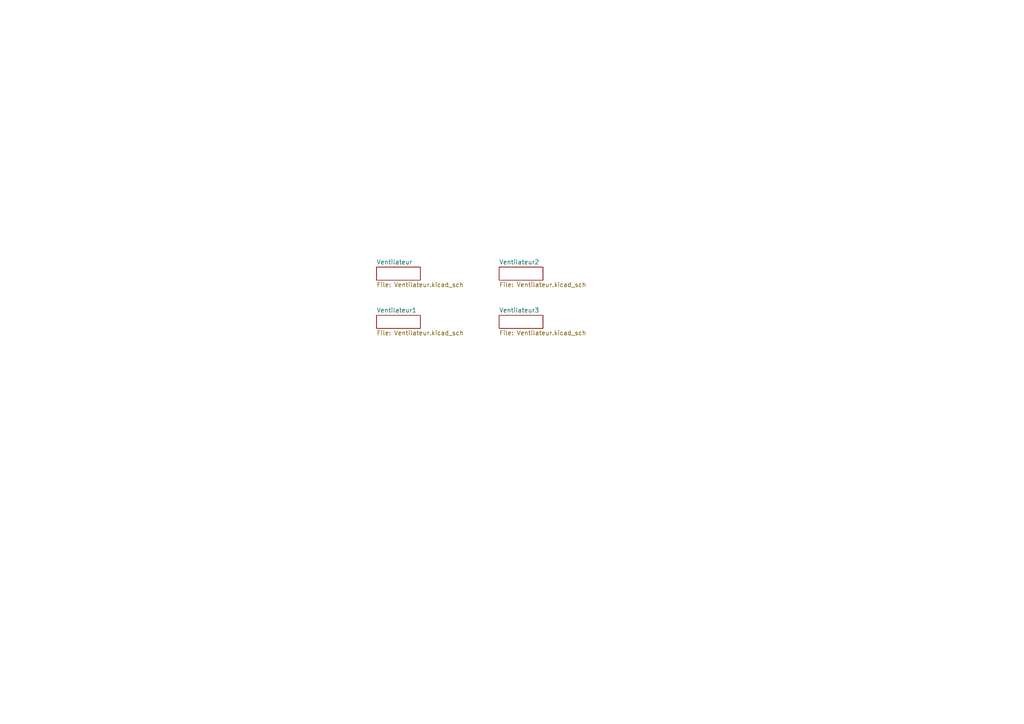
<source format=kicad_sch>
(kicad_sch
	(version 20250114)
	(generator "eeschema")
	(generator_version "9.0")
	(uuid "681fbeba-f499-4798-b90b-75a6627b1db8")
	(paper "A4")
	(lib_symbols)
	(sheet
		(at 109.22 91.44)
		(size 12.7 3.81)
		(exclude_from_sim no)
		(in_bom yes)
		(on_board yes)
		(dnp no)
		(fields_autoplaced yes)
		(stroke
			(width 0.1524)
			(type solid)
		)
		(fill
			(color 0 0 0 0.0000)
		)
		(uuid "5d391acf-d6ea-4d4c-b787-b71a583dc165")
		(property "Sheetname" "Ventilateur1"
			(at 109.22 90.7284 0)
			(effects
				(font
					(size 1.27 1.27)
				)
				(justify left bottom)
			)
		)
		(property "Sheetfile" "Ventilateur.kicad_sch"
			(at 109.22 95.8346 0)
			(effects
				(font
					(size 1.27 1.27)
				)
				(justify left top)
			)
		)
		(instances
			(project "PCB_Aquarium2"
				(path "/4f9429d5-fbb3-48e9-90dd-7ff0c2950e6f/b830814e-60b2-4976-ac6f-93ba76469b06"
					(page "4")
				)
			)
		)
	)
	(sheet
		(at 109.22 77.47)
		(size 12.7 3.81)
		(exclude_from_sim no)
		(in_bom yes)
		(on_board yes)
		(dnp no)
		(fields_autoplaced yes)
		(stroke
			(width 0.1524)
			(type solid)
		)
		(fill
			(color 0 0 0 0.0000)
		)
		(uuid "d8f2eee3-0952-4164-a5fd-b230302140af")
		(property "Sheetname" "Ventilateur"
			(at 109.22 76.7584 0)
			(effects
				(font
					(size 1.27 1.27)
				)
				(justify left bottom)
			)
		)
		(property "Sheetfile" "Ventilateur.kicad_sch"
			(at 109.22 81.8646 0)
			(effects
				(font
					(size 1.27 1.27)
				)
				(justify left top)
			)
		)
		(instances
			(project "PCB_Aquarium2"
				(path "/4f9429d5-fbb3-48e9-90dd-7ff0c2950e6f/b830814e-60b2-4976-ac6f-93ba76469b06"
					(page "17")
				)
			)
		)
	)
	(sheet
		(at 144.78 91.44)
		(size 12.7 3.81)
		(exclude_from_sim no)
		(in_bom yes)
		(on_board yes)
		(dnp no)
		(fields_autoplaced yes)
		(stroke
			(width 0.1524)
			(type solid)
		)
		(fill
			(color 0 0 0 0.0000)
		)
		(uuid "e3d823d5-1466-4ea5-81dd-ee852f5114d5")
		(property "Sheetname" "Ventilateur3"
			(at 144.78 90.7284 0)
			(effects
				(font
					(size 1.27 1.27)
				)
				(justify left bottom)
			)
		)
		(property "Sheetfile" "Ventilateur.kicad_sch"
			(at 144.78 95.8346 0)
			(effects
				(font
					(size 1.27 1.27)
				)
				(justify left top)
			)
		)
		(instances
			(project "PCB_Aquarium2"
				(path "/4f9429d5-fbb3-48e9-90dd-7ff0c2950e6f/b830814e-60b2-4976-ac6f-93ba76469b06"
					(page "6")
				)
			)
		)
	)
	(sheet
		(at 144.78 77.47)
		(size 12.7 3.81)
		(exclude_from_sim no)
		(in_bom yes)
		(on_board yes)
		(dnp no)
		(fields_autoplaced yes)
		(stroke
			(width 0.1524)
			(type solid)
		)
		(fill
			(color 0 0 0 0.0000)
		)
		(uuid "ea4cad06-5fb6-43d8-8ab4-a12c8caa015c")
		(property "Sheetname" "Ventilateur2"
			(at 144.78 76.7584 0)
			(effects
				(font
					(size 1.27 1.27)
				)
				(justify left bottom)
			)
		)
		(property "Sheetfile" "Ventilateur.kicad_sch"
			(at 144.78 81.8646 0)
			(effects
				(font
					(size 1.27 1.27)
				)
				(justify left top)
			)
		)
		(instances
			(project "PCB_Aquarium2"
				(path "/4f9429d5-fbb3-48e9-90dd-7ff0c2950e6f/b830814e-60b2-4976-ac6f-93ba76469b06"
					(page "5")
				)
			)
		)
	)
)

</source>
